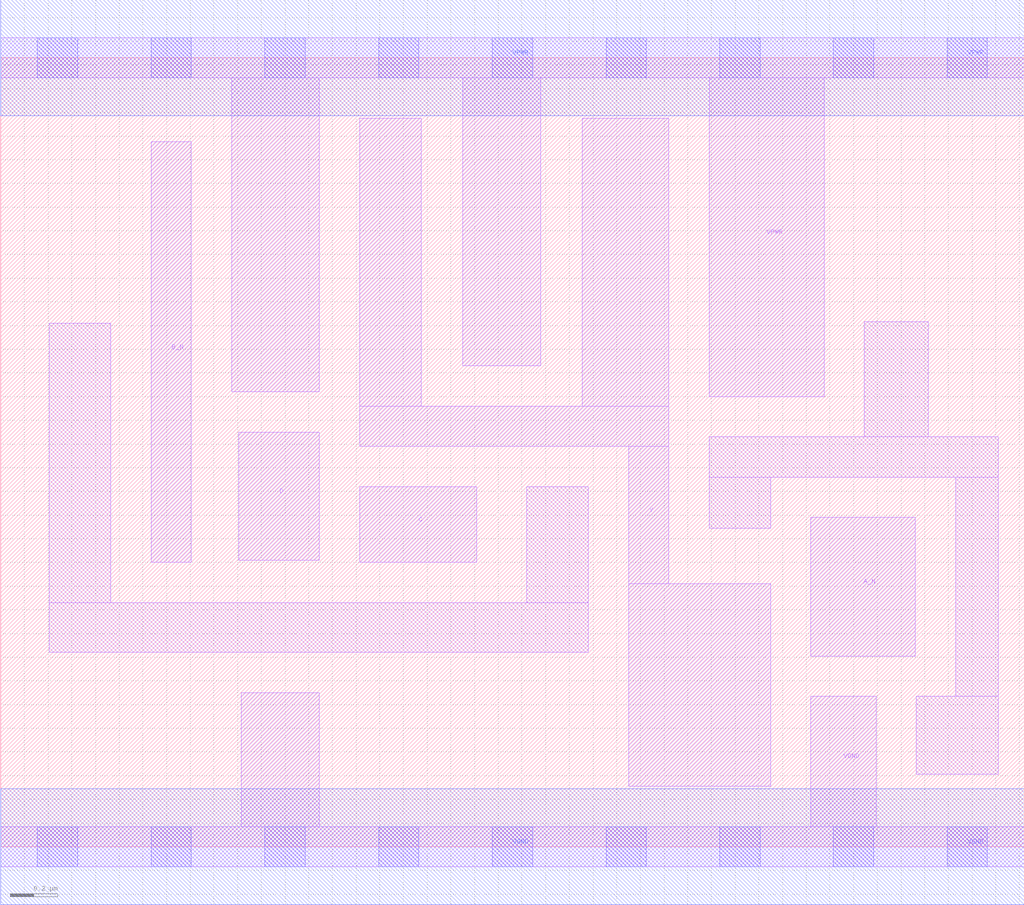
<source format=lef>
# Copyright 2020 The SkyWater PDK Authors
#
# Licensed under the Apache License, Version 2.0 (the "License");
# you may not use this file except in compliance with the License.
# You may obtain a copy of the License at
#
#     https://www.apache.org/licenses/LICENSE-2.0
#
# Unless required by applicable law or agreed to in writing, software
# distributed under the License is distributed on an "AS IS" BASIS,
# WITHOUT WARRANTIES OR CONDITIONS OF ANY KIND, either express or implied.
# See the License for the specific language governing permissions and
# limitations under the License.
#
# SPDX-License-Identifier: Apache-2.0

VERSION 5.7 ;
  NAMESCASESENSITIVE ON ;
  NOWIREEXTENSIONATPIN ON ;
  DIVIDERCHAR "/" ;
  BUSBITCHARS "[]" ;
UNITS
  DATABASE MICRONS 200 ;
END UNITS
MACRO sky130_fd_sc_lp__nand4bb_1
  CLASS CORE ;
  SOURCE USER ;
  FOREIGN sky130_fd_sc_lp__nand4bb_1 ;
  ORIGIN  0.000000  0.000000 ;
  SIZE  4.320000 BY  3.330000 ;
  SYMMETRY X Y R90 ;
  SITE unit ;
  PIN A_N
    ANTENNAGATEAREA  0.126000 ;
    DIRECTION INPUT ;
    USE SIGNAL ;
    PORT
      LAYER li1 ;
        RECT 3.420000 0.805000 3.860000 1.390000 ;
    END
  END A_N
  PIN B_N
    ANTENNAGATEAREA  0.126000 ;
    DIRECTION INPUT ;
    USE SIGNAL ;
    PORT
      LAYER li1 ;
        RECT 0.635000 1.200000 0.805000 2.975000 ;
    END
  END B_N
  PIN C
    ANTENNAGATEAREA  0.315000 ;
    DIRECTION INPUT ;
    USE SIGNAL ;
    PORT
      LAYER li1 ;
        RECT 1.515000 1.200000 2.010000 1.520000 ;
    END
  END C
  PIN D
    ANTENNAGATEAREA  0.315000 ;
    DIRECTION INPUT ;
    USE SIGNAL ;
    PORT
      LAYER li1 ;
        RECT 1.005000 1.210000 1.345000 1.750000 ;
    END
  END D
  PIN Y
    ANTENNADIFFAREA  0.928200 ;
    DIRECTION OUTPUT ;
    USE SIGNAL ;
    PORT
      LAYER li1 ;
        RECT 1.515000 1.690000 2.820000 1.860000 ;
        RECT 1.515000 1.860000 1.775000 3.075000 ;
        RECT 2.455000 1.860000 2.820000 3.075000 ;
        RECT 2.650000 0.255000 3.250000 1.110000 ;
        RECT 2.650000 1.110000 2.820000 1.690000 ;
    END
  END Y
  PIN VGND
    DIRECTION INOUT ;
    USE GROUND ;
    PORT
      LAYER li1 ;
        RECT 0.000000 -0.085000 4.320000 0.085000 ;
        RECT 1.015000  0.085000 1.345000 0.650000 ;
        RECT 3.420000  0.085000 3.695000 0.635000 ;
      LAYER mcon ;
        RECT 0.155000 -0.085000 0.325000 0.085000 ;
        RECT 0.635000 -0.085000 0.805000 0.085000 ;
        RECT 1.115000 -0.085000 1.285000 0.085000 ;
        RECT 1.595000 -0.085000 1.765000 0.085000 ;
        RECT 2.075000 -0.085000 2.245000 0.085000 ;
        RECT 2.555000 -0.085000 2.725000 0.085000 ;
        RECT 3.035000 -0.085000 3.205000 0.085000 ;
        RECT 3.515000 -0.085000 3.685000 0.085000 ;
        RECT 3.995000 -0.085000 4.165000 0.085000 ;
      LAYER met1 ;
        RECT 0.000000 -0.245000 4.320000 0.245000 ;
    END
  END VGND
  PIN VPWR
    DIRECTION INOUT ;
    USE POWER ;
    PORT
      LAYER li1 ;
        RECT 0.000000 3.245000 4.320000 3.415000 ;
        RECT 0.975000 1.920000 1.345000 3.245000 ;
        RECT 1.950000 2.030000 2.280000 3.245000 ;
        RECT 2.990000 1.900000 3.475000 3.245000 ;
      LAYER mcon ;
        RECT 0.155000 3.245000 0.325000 3.415000 ;
        RECT 0.635000 3.245000 0.805000 3.415000 ;
        RECT 1.115000 3.245000 1.285000 3.415000 ;
        RECT 1.595000 3.245000 1.765000 3.415000 ;
        RECT 2.075000 3.245000 2.245000 3.415000 ;
        RECT 2.555000 3.245000 2.725000 3.415000 ;
        RECT 3.035000 3.245000 3.205000 3.415000 ;
        RECT 3.515000 3.245000 3.685000 3.415000 ;
        RECT 3.995000 3.245000 4.165000 3.415000 ;
      LAYER met1 ;
        RECT 0.000000 3.085000 4.320000 3.575000 ;
    END
  END VPWR
  OBS
    LAYER li1 ;
      RECT 0.205000 0.820000 2.480000 1.030000 ;
      RECT 0.205000 1.030000 0.465000 2.210000 ;
      RECT 2.220000 1.030000 2.480000 1.520000 ;
      RECT 2.990000 1.345000 3.250000 1.560000 ;
      RECT 2.990000 1.560000 4.210000 1.730000 ;
      RECT 3.645000 1.730000 3.915000 2.215000 ;
      RECT 3.865000 0.305000 4.210000 0.635000 ;
      RECT 4.030000 0.635000 4.210000 1.560000 ;
  END
END sky130_fd_sc_lp__nand4bb_1

</source>
